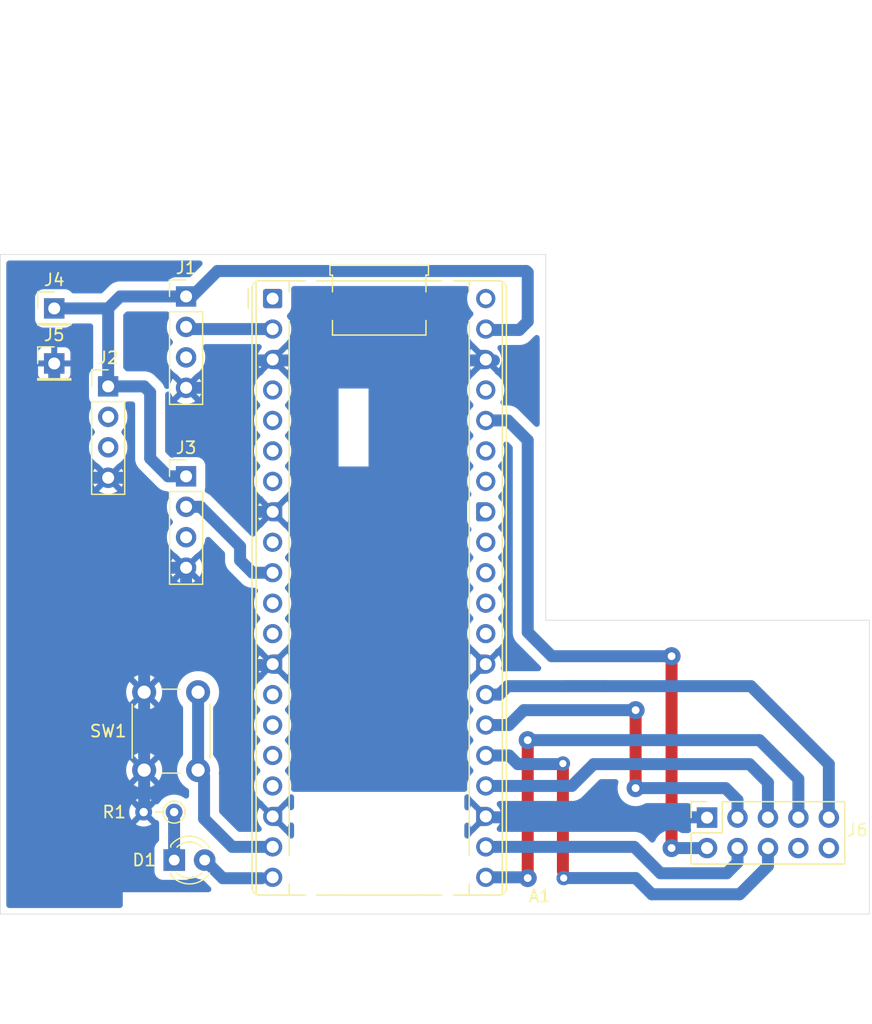
<source format=kicad_pcb>
(kicad_pcb (version 20241229) (generator "pcbnew") (generator_version "9.0")
  (layers (0 "F.Cu" signal) (2 "B.Cu" signal) (13 "F.Paste" user) (15 "B.Paste" user) (5 "F.SilkS" user "F.Silkscreen") (7 "B.SilkS" user "B.Silkscreen") (1 "F.Mask" user) (3 "B.Mask" user) (25 "Edge.Cuts" user))
  (net 0 "")
  (net 2 "Net-(A1-GPIO16)")
  (net 5 "Net-(A1-GPIO15)")
  (net 6 "Net-(A1-3V3)")
  (net 7 "Net-(A1-GPIO19)")
  (net 9 "/UART1_TX")
  (net 10 "/UART3_RX")
  (net 13 "GND")
  (net 15 "/UART3_TX")
  (net 16 "/UART0_RX")
  (net 19 "/UART0_TX")
  (net 20 "/UART2_RX")
  (net 22 "Net-(A1-GPIO18)")
  (net 23 "/UART2_TX")
  (net 24 "+5V")
  (net 26 "Net-(A1-GPIO21)")
  (net 28 "Net-(A1-GPIO17)")
  (net 29 "Net-(A1-GPIO14)")
  (net 32 "/UART1_RX")
  (net 33 "Net-(D1-K)")
  (net 39 "Net-(A1-GPIO20)")
  (footprint "Button_Switch_THT:SW_PUSH_6mm" (layer "F.Cu") (at 115 123 90)
    (property "Reference" "SW1" (at 3.25 -3 180) (layer "F.SilkS"))
    (property "Value" "Config")
    (fp_line (start 5.5 -1) (end 1 -1) (stroke (width 0.12)) (layer "F.SilkS"))
    (fp_line (start -0.25 1.5) (end -0.25 3) (stroke (width 0.12)) (layer "F.SilkS"))
    (fp_line (start 6.75 3) (end 6.75 1.5) (stroke (width 0.12)) (layer "F.SilkS"))
    (fp_line (start 1 5.5) (end 5.5 5.5) (stroke (width 0.12)) (layer "F.SilkS"))
    (pad "1" thru_hole circle (at 0 0 180) (size 2 2) (drill 1.1) (layers "*.Cu" "*.Mask") (net 13 "GND"))
    (pad "1" thru_hole circle (at 6.5 0 180) (size 2 2) (drill 1.1) (layers "*.Cu" "*.Mask") (net 13 "GND"))
    (pad "2" thru_hole circle (at 0 4.5 180) (size 2 2) (drill 1.1) (layers "*.Cu" "*.Mask") (net 29 "Net-(A1-GPIO14)"))
    (pad "2" thru_hole circle (at 6.5 4.5 180) (size 2 2) (drill 1.1) (layers "*.Cu" "*.Mask") (net 29 "Net-(A1-GPIO14)"))
  )
  (footprint "Connector_PinSocket_2.54mm:PinSocket_2x05_P2.54mm_Vertical" (layer "F.Cu") (at 161.96 126.96 90)
    (property "Reference" "J6" (at -1.04 12.54 180) (layer "F.SilkS"))
    (property "Value" "Conn_02x05_Top_Bottom")
    (fp_line (start 1.33 -1.33) (end 1.33 0) (stroke (width 0.12)) (layer "F.SilkS"))
    (fp_line (start 0 -1.33) (end 1.33 -1.33) (stroke (width 0.12)) (layer "F.SilkS"))
    (fp_line (start -1.27 -1.33) (end -1.27 1.27) (stroke (width 0.12)) (layer "F.SilkS"))
    (fp_line (start -3.87 -1.33) (end -1.27 -1.33) (stroke (width 0.12)) (layer "F.SilkS"))
    (fp_line (start -3.87 -1.33) (end -3.87 11.49) (stroke (width 0.12)) (layer "F.SilkS"))
    (fp_line (start 1.33 1.27) (end 1.33 11.49) (stroke (width 0.12)) (layer "F.SilkS"))
    (fp_line (start -1.27 1.27) (end 1.33 1.27) (stroke (width 0.12)) (layer "F.SilkS"))
    (fp_line (start -3.87 11.49) (end 1.33 11.49) (stroke (width 0.12)) (layer "F.SilkS"))
    (pad "CLKOUT" thru_hole circle (at -2.54 10.16 90) (size 1.7 1.7) (drill 1) (layers "*.Cu" "*.Mask"))
    (pad "CS" thru_hole circle (at -2.54 2.54 90) (size 1.7 1.7) (drill 1) (layers "*.Cu" "*.Mask") (net 28 "Net-(A1-GPIO17)"))
    (pad "GND" thru_hole rect (at 0 0 90) (size 1.7 1.7) (drill 1) (layers "*.Cu" "*.Mask") (net 13 "GND"))
    (pad "INT" thru_hole circle (at 0 10.16 90) (size 1.7 1.7) (drill 1) (layers "*.Cu" "*.Mask") (net 26 "Net-(A1-GPIO21)"))
    (pad "RESET" thru_hole circle (at 0 2.54 90) (size 1.7 1.7) (drill 1) (layers "*.Cu" "*.Mask") (net 39 "Net-(A1-GPIO20)"))
    (pad "SCK" thru_hole circle (at 0 5.08 90) (size 1.7 1.7) (drill 1) (layers "*.Cu" "*.Mask") (net 22 "Net-(A1-GPIO18)"))
    (pad "SI" thru_hole circle (at -2.54 5.08 90) (size 1.7 1.7) (drill 1) (layers "*.Cu" "*.Mask") (net 7 "Net-(A1-GPIO19)"))
    (pad "SO" thru_hole circle (at 0 7.62 90) (size 1.7 1.7) (drill 1) (layers "*.Cu" "*.Mask") (net 2 "Net-(A1-GPIO16)"))
    (pad "VCC" thru_hole circle (at -2.54 0 90) (size 1.7 1.7) (drill 1) (layers "*.Cu" "*.Mask") (net 6 "Net-(A1-3V3)"))
    (pad "WOL" thru_hole circle (at -2.54 7.62 90) (size 1.7 1.7) (drill 1) (layers "*.Cu" "*.Mask"))
  )
  (footprint "Connector_PinHeader_2.54mm:PinHeader_1x04_P2.54mm_Vertical" (layer "F.Cu") (at 118.5 98.5)
    (property "Reference" "J3" (at 0 -2.38 0) (layer "F.SilkS"))
    (property "Value" "Conn_01x04_Pin")
    (fp_line (start -1.38 -1.38) (end 0 -1.38) (stroke (width 0.12)) (layer "F.SilkS"))
    (fp_line (start -1.38 0) (end -1.38 -1.38) (stroke (width 0.12)) (layer "F.SilkS"))
    (fp_line (start -1.38 1.27) (end -1.38 9) (stroke (width 0.12)) (layer "F.SilkS"))
    (fp_line (start -1.38 1.27) (end 1.38 1.27) (stroke (width 0.12)) (layer "F.SilkS"))
    (fp_line (start -1.38 9) (end 1.38 9) (stroke (width 0.12)) (layer "F.SilkS"))
    (fp_line (start 1.38 1.27) (end 1.38 9) (stroke (width 0.12)) (layer "F.SilkS"))
    (pad "1" thru_hole rect (at 0 0) (size 1.7 1.7) (drill 1) (layers "*.Cu" "*.Mask") (net 24 "+5V"))
    (pad "2" thru_hole circle (at 0 2.54) (size 1.7 1.7) (drill 1) (layers "*.Cu" "*.Mask") (net 10 "/UART3_RX"))
    (pad "3" thru_hole circle (at 0 5.08) (size 1.7 1.7) (drill 1) (layers "*.Cu" "*.Mask"))
    (pad "4" thru_hole circle (at 0 7.62) (size 1.7 1.7) (drill 1) (layers "*.Cu" "*.Mask") (net 13 "GND"))
  )
  (footprint "Connector_PinHeader_2.54mm:PinHeader_1x01_P2.54mm_Vertical" (layer "F.Cu") (at 107.5 84.5)
    (property "Reference" "J4" (at 0 -2.38 0) (layer "F.SilkS"))
    (property "Value" "OUT+")
    (fp_line (start -1.38 -1.38) (end 0 -1.38) (stroke (width 0.12)) (layer "F.SilkS"))
    (fp_line (start -1.38 0) (end -1.38 -1.38) (stroke (width 0.12)) (layer "F.SilkS"))
    (fp_line (start -1.38 1.27) (end -1.38 1.38) (stroke (width 0.12)) (layer "F.SilkS"))
    (fp_line (start -1.38 1.27) (end 1.38 1.27) (stroke (width 0.12)) (layer "F.SilkS"))
    (fp_line (start -1.38 1.38) (end 1.38 1.38) (stroke (width 0.12)) (layer "F.SilkS"))
    (fp_line (start 1.38 1.27) (end 1.38 1.38) (stroke (width 0.12)) (layer "F.SilkS"))
    (pad "1" thru_hole rect (at 0 0) (size 1.7 1.7) (drill 1) (layers "*.Cu" "*.Mask") (net 24 "+5V"))
  )
  (footprint "Module:RaspberryPi_Pico_Common_THT" (layer "F.Cu") (at 125.72 83.68)
    (property "Reference" "A1" (at 21.28 49.82 0) (layer "F.SilkS") (effects (justify left)))
    (property "Value" "RaspberryPi_Pico_W")
    (fp_line (start -2.04 0.8) (end -2.04 -0.8) (stroke (width 0.12)) (layer "F.SilkS"))
    (fp_line (start -1.72 -0.87) (end -1.72 49.13) (stroke (width 0.12)) (layer "F.SilkS"))
    (fp_line (start -1.38 -1.417) (end -1.38 49.677) (stroke (width 0.12)) (layer "F.SilkS"))
    (fp_line (start -1.11 -1.48) (end 1.38 -1.48) (stroke (width 0.12)) (layer "F.SilkS"))
    (fp_line (start -1.11 49.74) (end 2.727939 49.74) (stroke (width 0.12)) (layer "F.SilkS"))
    (fp_line (start 1.38 -1.48) (end 1.38 -0.56648) (stroke (width 0.12)) (layer "F.SilkS"))
    (fp_line (start 1.38 -1.48) (end 2.72794 -1.48) (stroke (width 0.12)) (layer "F.SilkS"))
    (fp_line (start 1.38 1.82648) (end 1.38 46.43352) (stroke (width 0.12)) (layer "F.SilkS"))
    (fp_line (start 1.38 48.82648) (end 1.38 49.74) (stroke (width 0.12)) (layer "F.SilkS"))
    (fp_line (start 3.652061 -1.48) (end 4.655 -1.48) (stroke (width 0.12)) (layer "F.SilkS"))
    (fp_line (start 4.655 -1.48) (end 13.125 -1.48) (stroke (width 0.12)) (layer "F.SilkS"))
    (fp_line (start 4.78 -2.78) (end 4.78 -1.96) (stroke (width 0.12)) (layer "F.SilkS"))
    (fp_line (start 4.78 -2.78) (end 13 -2.78) (stroke (width 0.12)) (layer "F.SilkS"))
    (fp_line (start 4.78 -1.96) (end 4.99 -1.96) (stroke (width 0.12)) (layer "F.SilkS"))
    (fp_line (start 4.99 -1.96) (end 4.99 -0.564) (stroke (width 0.12)) (layer "F.SilkS"))
    (fp_line (start 4.99 1.824) (end 4.99 3.04) (stroke (width 0.12)) (layer "F.SilkS"))
    (fp_line (start 5.29 49.74) (end 3.652061 49.74) (stroke (width 0.12)) (layer "F.SilkS"))
    (fp_line (start 12.49 49.74) (end 5.29 49.74) (stroke (width 0.12)) (layer "F.SilkS"))
    (fp_line (start 12.79 -1.96) (end 12.79 -0.564) (stroke (width 0.12)) (layer "F.SilkS"))
    (fp_line (start 12.79 1.824) (end 12.79 3.04) (stroke (width 0.12)) (layer "F.SilkS"))
    (fp_line (start 12.79 3.04) (end 4.99 3.04) (stroke (width 0.12)) (layer "F.SilkS"))
    (fp_line (start 13 -2.78) (end 13 -1.96) (stroke (width 0.12)) (layer "F.SilkS"))
    (fp_line (start 13 -1.96) (end 12.79 -1.96) (stroke (width 0.12)) (layer "F.SilkS"))
    (fp_line (start 13.125 -1.48) (end 14.127939 -1.48) (stroke (width 0.12)) (layer "F.SilkS"))
    (fp_line (start 14.127939 49.74) (end 12.49 49.74) (stroke (width 0.12)) (layer "F.SilkS"))
    (fp_line (start 15.052061 -1.48) (end 16.4 -1.48) (stroke (width 0.12)) (layer "F.SilkS"))
    (fp_line (start 15.052061 49.74) (end 18.89 49.74) (stroke (width 0.12)) (layer "F.SilkS"))
    (fp_line (start 16.4 -1.48) (end 16.4 -0.56648) (stroke (width 0.12)) (layer "F.SilkS"))
    (fp_line (start 16.4 1.82648) (end 16.4 46.43352) (stroke (width 0.12)) (layer "F.SilkS"))
    (fp_line (start 16.4 48.82648) (end 16.4 49.74) (stroke (width 0.12)) (layer "F.SilkS"))
    (fp_line (start 18.89 -1.48) (end 16.4 -1.48) (stroke (width 0.12)) (layer "F.SilkS"))
    (fp_line (start 19.16 49.677) (end 19.16 -1.417) (stroke (width 0.12)) (layer "F.SilkS"))
    (fp_line (start 19.5 -0.87) (end 19.5 49.13) (stroke (width 0.12)) (layer "F.SilkS"))
    (fp_arc (start -1.72 -0.87) (mid -1.541335 -1.301335) (end -1.11 -1.48) (stroke (width 0.12)) (layer "F.SilkS"))
    (fp_arc (start -1.11 49.74) (mid -1.541364 49.561364) (end -1.72 49.13) (stroke (width 0.12)) (layer "F.SilkS"))
    (fp_arc (start 18.89 -1.48) (mid 19.321335 -1.301335) (end 19.5 -0.87) (stroke (width 0.12)) (layer "F.SilkS"))
    (fp_arc (start 19.5 49.13) (mid 19.321335 49.561335) (end 18.89 49.74) (stroke (width 0.12)) (layer "F.SilkS"))
    (pad "1" thru_hole roundrect (at 0 0) (size 1.6 1.6) (drill 1) (layers "*.Cu" "*.Mask") (roundrect_rratio 0.125) (net 19 "/UART0_TX"))
    (pad "2" thru_hole circle (at 0 2.54) (size 1.6 1.6) (drill 1) (layers "*.Cu" "*.Mask") (net 16 "/UART0_RX"))
    (pad "3" thru_hole custom (at 0 5.08) (size 1.6 1.6) (drill 1) (layers "*.Cu" "*.Mask") (net 13 "GND") (options (clearance outline) (anchor circle)) (primitives (gr_poly (pts (xy 0.8 0.6) (xy 0.8 -0.6) (xy 0.6 -0.8) (xy 0 -0.8) (xy 0 0.8) (xy 0.6 0.8)) (width 0) (fill yes)) (gr_circle (center 0.6 0.6) (end 0.8 0.6) (width 0) (fill yes)) (gr_circle (center 0.6 -0.6) (end 0.8 -0.6) (width 0) (fill yes))))
    (pad "4" thru_hole circle (at 0 7.62) (size 1.6 1.6) (drill 1) (layers "*.Cu" "*.Mask") (net 23 "/UART2_TX"))
    (pad "5" thru_hole circle (at 0 10.16) (size 1.6 1.6) (drill 1) (layers "*.Cu" "*.Mask") (net 20 "/UART2_RX"))
    (pad "6" thru_hole circle (at 0 12.7) (size 1.6 1.6) (drill 1) (layers "*.Cu" "*.Mask") (net 9 "/UART1_TX"))
    (pad "7" thru_hole circle (at 0 15.24) (size 1.6 1.6) (drill 1) (layers "*.Cu" "*.Mask") (net 32 "/UART1_RX"))
    (pad "8" thru_hole custom (at 0 17.78) (size 1.6 1.6) (drill 1) (layers "*.Cu" "*.Mask") (net 13 "GND") (options (clearance outline) (anchor circle)) (primitives (gr_poly (pts (xy 0.8 0.6) (xy 0.8 -0.6) (xy 0.6 -0.8) (xy 0 -0.8) (xy 0 0.8) (xy 0.6 0.8)) (width 0) (fill yes)) (gr_circle (center 0.6 0.6) (end 0.8 0.6) (width 0) (fill yes)) (gr_circle (center 0.6 -0.6) (end 0.8 -0.6) (width 0) (fill yes))))
    (pad "9" thru_hole circle (at 0 20.32) (size 1.6 1.6) (drill 1) (layers "*.Cu" "*.Mask") (net 15 "/UART3_TX"))
    (pad "10" thru_hole circle (at 0 22.86) (size 1.6 1.6) (drill 1) (layers "*.Cu" "*.Mask") (net 10 "/UART3_RX"))
    (pad "11" thru_hole circle (at 0 25.4) (size 1.6 1.6) (drill 1) (layers "*.Cu" "*.Mask"))
    (pad "12" thru_hole circle (at 0 27.94) (size 1.6 1.6) (drill 1) (layers "*.Cu" "*.Mask"))
    (pad "13" thru_hole custom (at 0 30.48) (size 1.6 1.6) (drill 1) (layers "*.Cu" "*.Mask") (net 13 "GND") (options (clearance outline) (anchor circle)) (primitives (gr_poly (pts (xy 0.8 0.6) (xy 0.8 -0.6) (xy 0.6 -0.8) (xy 0 -0.8) (xy 0 0.8) (xy 0.6 0.8)) (width 0) (fill yes)) (gr_circle (center 0.6 0.6) (end 0.8 0.6) (width 0) (fill yes)) (gr_circle (center 0.6 -0.6) (end 0.8 -0.6) (width 0) (fill yes))))
    (pad "14" thru_hole circle (at 0 33.02) (size 1.6 1.6) (drill 1) (layers "*.Cu" "*.Mask"))
    (pad "15" thru_hole circle (at 0 35.56) (size 1.6 1.6) (drill 1) (layers "*.Cu" "*.Mask"))
    (pad "16" thru_hole circle (at 0 38.1) (size 1.6 1.6) (drill 1) (layers "*.Cu" "*.Mask"))
    (pad "17" thru_hole circle (at 0 40.64) (size 1.6 1.6) (drill 1) (layers "*.Cu" "*.Mask"))
    (pad "18" thru_hole custom (at 0 43.18) (size 1.6 1.6) (drill 1) (layers "*.Cu" "*.Mask") (net 13 "GND") (options (clearance outline) (anchor circle)) (primitives (gr_poly (pts (xy 0.8 0.6) (xy 0.8 -0.6) (xy 0.6 -0.8) (xy 0 -0.8) (xy 0 0.8) (xy 0.6 0.8)) (width 0) (fill yes)) (gr_circle (center 0.6 0.6) (end 0.8 0.6) (width 0) (fill yes)) (gr_circle (center 0.6 -0.6) (end 0.8 -0.6) (width 0) (fill yes))))
    (pad "19" thru_hole circle (at 0 45.72) (size 1.6 1.6) (drill 1) (layers "*.Cu" "*.Mask") (net 29 "Net-(A1-GPIO14)"))
    (pad "20" thru_hole circle (at 0 48.26) (size 1.6 1.6) (drill 1) (layers "*.Cu" "*.Mask") (net 5 "Net-(A1-GPIO15)"))
    (pad "21" thru_hole circle (at 17.78 48.26) (size 1.6 1.6) (drill 1) (layers "*.Cu" "*.Mask") (net 2 "Net-(A1-GPIO16)"))
    (pad "22" thru_hole circle (at 17.78 45.72) (size 1.6 1.6) (drill 1) (layers "*.Cu" "*.Mask") (net 28 "Net-(A1-GPIO17)"))
    (pad "23" thru_hole custom (at 17.78 43.18) (size 1.6 1.6) (drill 1) (layers "*.Cu" "*.Mask") (net 13 "GND") (options (clearance outline) (anchor circle)) (primitives (gr_poly (pts (xy -0.8 0.6) (xy -0.8 -0.6) (xy -0.6 -0.8) (xy 0 -0.8) (xy 0 0.8) (xy -0.6 0.8)) (width 0) (fill yes)) (gr_circle (center -0.6 0.6) (end -0.4 0.6) (width 0) (fill yes)) (gr_circle (center -0.6 -0.6) (end -0.4 -0.6) (width 0) (fill yes))))
    (pad "24" thru_hole circle (at 17.78 40.64) (size 1.6 1.6) (drill 1) (layers "*.Cu" "*.Mask") (net 22 "Net-(A1-GPIO18)"))
    (pad "25" thru_hole circle (at 17.78 38.1) (size 1.6 1.6) (drill 1) (layers "*.Cu" "*.Mask") (net 7 "Net-(A1-GPIO19)"))
    (pad "26" thru_hole circle (at 17.78 35.56) (size 1.6 1.6) (drill 1) (layers "*.Cu" "*.Mask") (net 39 "Net-(A1-GPIO20)"))
    (pad "27" thru_hole circle (at 17.78 33.02) (size 1.6 1.6) (drill 1) (layers "*.Cu" "*.Mask") (net 26 "Net-(A1-GPIO21)"))
    (pad "28" thru_hole custom (at 17.78 30.48) (size 1.6 1.6) (drill 1) (layers "*.Cu" "*.Mask") (net 13 "GND") (options (clearance outline) (anchor circle)) (primitives (gr_poly (pts (xy -0.8 0.6) (xy -0.8 -0.6) (xy -0.6 -0.8) (xy 0 -0.8) (xy 0 0.8) (xy -0.6 0.8)) (width 0) (fill yes)) (gr_circle (center -0.6 0.6) (end -0.4 0.6) (width 0) (fill yes)) (gr_circle (center -0.6 -0.6) (end -0.4 -0.6) (width 0) (fill yes))))
    (pad "29" thru_hole circle (at 17.78 27.94) (size 1.6 1.6) (drill 1) (layers "*.Cu" "*.Mask"))
    (pad "30" thru_hole circle (at 17.78 25.4) (size 1.6 1.6) (drill 1) (layers "*.Cu" "*.Mask"))
    (pad "31" thru_hole circle (at 17.78 22.86) (size 1.6 1.6) (drill 1) (layers "*.Cu" "*.Mask"))
    (pad "32" thru_hole circle (at 17.78 20.32) (size 1.6 1.6) (drill 1) (layers "*.Cu" "*.Mask"))
    (pad "33" thru_hole custom (at 17.78 17.78) (size 1.6 1.6) (drill 1) (layers "*.Cu" "*.Mask") (options (clearance outline) (anchor circle)) (primitives (gr_poly (pts (xy -0.8 0.6) (xy -0.8 -0.6) (xy -0.6 -0.8) (xy 0 -0.8) (xy 0 0.8) (xy -0.6 0.8)) (width 0) (fill yes)) (gr_circle (center -0.6 0.6) (end -0.4 0.6) (width 0) (fill yes)) (gr_circle (center -0.6 -0.6) (end -0.4 -0.6) (width 0) (fill yes))))
    (pad "34" thru_hole circle (at 17.78 15.24) (size 1.6 1.6) (drill 1) (layers "*.Cu" "*.Mask"))
    (pad "35" thru_hole circle (at 17.78 12.7) (size 1.6 1.6) (drill 1) (layers "*.Cu" "*.Mask"))
    (pad "36" thru_hole circle (at 17.78 10.16) (size 1.6 1.6) (drill 1) (layers "*.Cu" "*.Mask") (net 6 "Net-(A1-3V3)"))
    (pad "37" thru_hole circle (at 17.78 7.62) (size 1.6 1.6) (drill 1) (layers "*.Cu" "*.Mask"))
    (pad "38" thru_hole custom (at 17.78 5.08) (size 1.6 1.6) (drill 1) (layers "*.Cu" "*.Mask") (net 13 "GND") (options (clearance outline) (anchor circle)) (primitives (gr_poly (pts (xy -0.8 0.6) (xy -0.8 -0.6) (xy -0.6 -0.8) (xy 0 -0.8) (xy 0 0.8) (xy -0.6 0.8)) (width 0) (fill yes)) (gr_circle (center -0.6 0.6) (end -0.4 0.6) (width 0) (fill yes)) (gr_circle (center -0.6 -0.6) (end -0.4 -0.6) (width 0) (fill yes))))
    (pad "39" thru_hole circle (at 17.78 2.54) (size 1.6 1.6) (drill 1) (layers "*.Cu" "*.Mask") (net 24 "+5V"))
    (pad "40" thru_hole circle (at 17.78 0) (size 1.6 1.6) (drill 1) (layers "*.Cu" "*.Mask"))
    (zone (net 0) (net_name "") (layers "F.Cu" "B.Cu" "F.SilkS" "F.Paste" "B.Paste") (name "Exposed Copper Keep Out") (connect_pads (clearance 0)) (min_thickness 0.25)
      (keepout (tracks not_allowed) (vias not_allowed) (pads not_allowed) (copperpour not_allowed) (footprints allowed))
      (fill (thermal_gap 0.5) (thermal_bridge_width 0.5))
      (polygon (pts (xy 131.22 89.68) (xy 131.22 97.68) (xy 133.72 97.68) (xy 133.72 89.68)))
    )
    (zone (net 0) (net_name "") (layers "F.Cu" "B.Cu" "F.Paste" "B.Paste") (name "Antenna Copper Keep Out") (connect_pads (clearance 0)) (min_thickness 0.254)
      (keepout (tracks not_allowed) (vias not_allowed) (pads not_allowed) (copperpour not_allowed) (footprints allowed))
      (fill (thermal_gap 0.508) (thermal_bridge_width 0.508))
      (polygon (pts (xy 113.22 133.18) (xy 127.51 133.18) (xy 127.51 124.81) (xy 141.71 124.81) (xy 141.71 129.149895) (xy 141.72 133.18) (xy 156.22 133.18) (xy 156.22 144.18) (xy 113.22 144.18)))
    )
  )
  (footprint "Connector_PinHeader_2.54mm:PinHeader_1x04_P2.54mm_Vertical" (layer "F.Cu") (at 118.5 83.5)
    (property "Reference" "J1" (at 0 -2.38 0) (layer "F.SilkS"))
    (property "Value" "Conn_01x04_Pin")
    (fp_line (start -1.38 -1.38) (end 0 -1.38) (stroke (width 0.12)) (layer "F.SilkS"))
    (fp_line (start -1.38 0) (end -1.38 -1.38) (stroke (width 0.12)) (layer "F.SilkS"))
    (fp_line (start -1.38 1.27) (end -1.38 9) (stroke (width 0.12)) (layer "F.SilkS"))
    (fp_line (start -1.38 1.27) (end 1.38 1.27) (stroke (width 0.12)) (layer "F.SilkS"))
    (fp_line (start -1.38 9) (end 1.38 9) (stroke (width 0.12)) (layer "F.SilkS"))
    (fp_line (start 1.38 1.27) (end 1.38 9) (stroke (width 0.12)) (layer "F.SilkS"))
    (pad "1" thru_hole rect (at 0 0) (size 1.7 1.7) (drill 1) (layers "*.Cu" "*.Mask") (net 24 "+5V"))
    (pad "2" thru_hole circle (at 0 2.54) (size 1.7 1.7) (drill 1) (layers "*.Cu" "*.Mask") (net 16 "/UART0_RX"))
    (pad "3" thru_hole circle (at 0 5.08) (size 1.7 1.7) (drill 1) (layers "*.Cu" "*.Mask"))
    (pad "4" thru_hole circle (at 0 7.62) (size 1.7 1.7) (drill 1) (layers "*.Cu" "*.Mask") (net 13 "GND"))
  )
  (footprint "Resistor_THT:R_Axial_DIN0204_L3.6mm_D1.6mm_P2.54mm_Vertical" (layer "F.Cu") (at 117.5 126.5 180)
    (property "Reference" "R1" (at 5 0 0) (layer "F.SilkS"))
    (property "Value" "330")
    (fp_line (start 0.92 0) (end 1.54 0) (stroke (width 0.12)) (layer "F.SilkS"))
    (fp_circle (center 0 0) (end 0.92 0) (stroke (width 0.12)) (fill no) (layer "F.SilkS"))
    (pad "1" thru_hole circle (at 0 0 180) (size 1.4 1.4) (drill 0.7) (layers "*.Cu" "*.Mask") (net 33 "Net-(D1-K)"))
    (pad "2" thru_hole circle (at 2.54 0 180) (size 1.4 1.4) (drill 0.7) (layers "*.Cu" "*.Mask") (net 13 "GND"))
  )
  (footprint "Connector_PinHeader_2.54mm:PinHeader_1x04_P2.54mm_Vertical" (layer "F.Cu") (at 112 91)
    (property "Reference" "J2" (at 0 -2.38 0) (layer "F.SilkS"))
    (property "Value" "Conn_01x04_Pin")
    (fp_line (start -1.38 -1.38) (end 0 -1.38) (stroke (width 0.12)) (layer "F.SilkS"))
    (fp_line (start -1.38 0) (end -1.38 -1.38) (stroke (width 0.12)) (layer "F.SilkS"))
    (fp_line (start -1.38 1.27) (end -1.38 9) (stroke (width 0.12)) (layer "F.SilkS"))
    (fp_line (start -1.38 1.27) (end 1.38 1.27) (stroke (width 0.12)) (layer "F.SilkS"))
    (fp_line (start -1.38 9) (end 1.38 9) (stroke (width 0.12)) (layer "F.SilkS"))
    (fp_line (start 1.38 1.27) (end 1.38 9) (stroke (width 0.12)) (layer "F.SilkS"))
    (pad "1" thru_hole rect (at 0 0) (size 1.7 1.7) (drill 1) (layers "*.Cu" "*.Mask") (net 24 "+5V"))
    (pad "2" thru_hole circle (at 0 2.54) (size 1.7 1.7) (drill 1) (layers "*.Cu" "*.Mask") (net 20 "/UART2_RX"))
    (pad "3" thru_hole circle (at 0 5.08) (size 1.7 1.7) (drill 1) (layers "*.Cu" "*.Mask"))
    (pad "4" thru_hole circle (at 0 7.62) (size 1.7 1.7) (drill 1) (layers "*.Cu" "*.Mask") (net 13 "GND"))
  )
  (footprint "Connector_PinHeader_2.54mm:PinHeader_1x01_P2.54mm_Vertical" (layer "F.Cu") (at 107.5 89.09)
    (property "Reference" "J5" (at 0 -2.38 0) (layer "F.SilkS"))
    (property "Value" "OUT-")
    (fp_line (start -1.38 -1.38) (end 0 -1.38) (stroke (width 0.12)) (layer "F.SilkS"))
    (fp_line (start -1.38 0) (end -1.38 -1.38) (stroke (width 0.12)) (layer "F.SilkS"))
    (fp_line (start -1.38 1.27) (end -1.38 1.38) (stroke (width 0.12)) (layer "F.SilkS"))
    (fp_line (start -1.38 1.27) (end 1.38 1.27) (stroke (width 0.12)) (layer "F.SilkS"))
    (fp_line (start -1.38 1.38) (end 1.38 1.38) (stroke (width 0.12)) (layer "F.SilkS"))
    (fp_line (start 1.38 1.27) (end 1.38 1.38) (stroke (width 0.12)) (layer "F.SilkS"))
    (pad "1" thru_hole rect (at 0 0) (size 1.7 1.7) (drill 1) (layers "*.Cu" "*.Mask") (net 13 "GND"))
  )
  (footprint "LED_THT:LED_D3.0mm" (layer "F.Cu") (at 117.51 130.5)
    (property "Reference" "D1" (at -2.51 0 0) (layer "F.SilkS"))
    (property "Value" "STATUS")
    (fp_line (start -0.29 -1.236) (end -0.29 -1.08) (stroke (width 0.12)) (layer "F.SilkS"))
    (fp_line (start -0.29 1.08) (end -0.29 1.236) (stroke (width 0.12)) (layer "F.SilkS"))
    (fp_arc (start -0.29 -1.235516) (mid 1.36566 -1.987699) (end 2.941437 -1.08) (stroke (width 0.12)) (layer "F.SilkS"))
    (fp_arc (start 0.229039 -1.08) (mid 1.27 -1.5) (end 2.310961 -1.08) (stroke (width 0.12)) (layer "F.SilkS"))
    (fp_arc (start 2.310961 1.08) (mid 1.27 1.5) (end 0.229039 1.08) (stroke (width 0.12)) (layer "F.SilkS"))
    (fp_arc (start 2.941437 1.08) (mid 1.36566 1.987699) (end -0.29 1.235516) (stroke (width 0.12)) (layer "F.SilkS"))
    (pad "1" thru_hole rect (at 0 0) (size 1.8 1.8) (drill 0.9) (layers "*.Cu" "*.Mask") (net 33 "Net-(D1-K)"))
    (pad "2" thru_hole circle (at 2.54 0) (size 1.8 1.8) (drill 0.9) (layers "*.Cu" "*.Mask") (net 5 "Net-(A1-GPIO15)"))
  )
  (gr_line (start 148.5 80) (end 103 80) (stroke (width 0.05)) (layer "Edge.Cuts"))
  (gr_line (start 175.5 110.5) (end 148.5 110.5) (stroke (width 0.05)) (layer "Edge.Cuts"))
  (gr_line (start 103 135) (end 175.5 135) (stroke (width 0.05)) (layer "Edge.Cuts"))
  (gr_line (start 148.5 110.5) (end 148.5 80) (stroke (width 0.05)) (layer "Edge.Cuts"))
  (gr_line (start 103 80) (end 103 135) (stroke (width 0.05)) (layer "Edge.Cuts"))
  (gr_line (start 175.5 110.5) (end 175.5 135) (stroke (width 0.05)) (layer "Edge.Cuts"))
  (segment (start 147 131.5) (end 147 120.5) (width 1) (layer "F.Cu") (net 2))
  (via (at 147 132) (size 1.5) (drill 0.65) (layers "F.Cu" "B.Cu") (net 2))
  (via (at 147 120.5) (size 1.5) (drill 0.65) (layers "F.Cu" "B.Cu") (net 2))
  (segment (start 143.56 132) (end 143.5 131.94) (width 1) (layer "B.Cu") (net 2))
  (segment (start 147.001 120.499) (end 147 120.5) (width 1) (layer "B.Cu") (net 2))
  (segment (start 169.58 123.750158) (end 166.328842 120.499) (width 1) (layer "B.Cu") (net 2))
  (segment (start 143.5 131.94) (end 146.56 131.94) (width 1) (layer "B.Cu") (net 2))
  (segment (start 169.58 126.96) (end 169.58 123.750158) (width 1) (layer "B.Cu") (net 2))
  (segment (start 166.328842 120.499) (end 147.001 120.499) (width 1) (layer "B.Cu") (net 2))
  (segment (start 120.05 130.5) (end 121.565 132.015) (width 1) (layer "B.Cu") (net 5))
  (segment (start 121.565 132.015) (end 124.805 132.015) (width 1) (layer "B.Cu") (net 5))
  (segment (start 159 113.5) (end 159 129.5) (width 1) (layer "F.Cu") (net 6))
  (via (at 159 129.5) (size 1.5) (drill 0.65) (layers "F.Cu" "B.Cu") (net 6))
  (via (at 159 113.5) (size 1.5) (drill 0.65) (layers "F.Cu" "B.Cu") (net 6))
  (segment (start 149 113.5) (end 147 111.5) (width 1) (layer "B.Cu") (net 6))
  (segment (start 145.34 93.84) (end 143.5 93.84) (width 1) (layer "B.Cu") (net 6))
  (segment (start 159 129.5) (end 161.96 129.5) (width 1) (layer "B.Cu") (net 6))
  (segment (start 158.5 113.5) (end 149 113.5) (width 1) (layer "B.Cu") (net 6))
  (segment (start 147 111.5) (end 147 95.5) (width 1) (layer "B.Cu") (net 6))
  (segment (start 147 95.5) (end 145.34 93.84) (width 1) (layer "B.Cu") (net 6))
  (segment (start 149.934208 122.449496) (end 149.934208 131.434208) (width 1) (layer "F.Cu") (net 7))
  (via (at 150 132) (size 1.2) (drill 0.6) (layers "F.Cu" "B.Cu") (net 7))
  (via (at 149.934208 122.449496) (size 1.2) (drill 0.6) (layers "F.Cu" "B.Cu") (net 7))
  (segment (start 145.450158 121.78) (end 146.170158 122.5) (width 1) (layer "B.Cu") (net 7))
  (segment (start 149.984712 122.5) (end 149.934208 122.449496) (width 1) (layer "B.Cu") (net 7))
  (segment (start 157.352041 133.352041) (end 164.679881 133.352041) (width 1) (layer "B.Cu") (net 7))
  (segment (start 156 132) (end 157.352041 133.352041) (width 1) (layer "B.Cu") (net 7))
  (segment (start 150 122.5) (end 149.984712 122.5) (width 1) (layer "B.Cu") (net 7))
  (segment (start 150 132) (end 156 132) (width 1) (layer "B.Cu") (net 7))
  (segment (start 146.170158 122.5) (end 150 122.5) (width 1) (layer "B.Cu") (net 7))
  (segment (start 164.679881 133.352041) (end 167.04 130.991922) (width 1) (layer "B.Cu") (net 7))
  (segment (start 167.04 130.991922) (end 167.04 129.5) (width 1) (layer "B.Cu") (net 7))
  (segment (start 143.5 121.78) (end 145.450158 121.78) (width 1) (layer "B.Cu") (net 7))
  (segment (start 119.702081 101.04) (end 118.5 101.04) (width 1) (layer "B.Cu") (net 10))
  (segment (start 124.04 106.54) (end 123 105.5) (width 1) (layer "B.Cu") (net 10))
  (segment (start 123 105.5) (end 123 104.337919) (width 1) (layer "B.Cu") (net 10))
  (segment (start 125.72 106.54) (end 124.04 106.54) (width 1) (layer "B.Cu") (net 10))
  (segment (start 123 104.337919) (end 119.702081 101.04) (width 1) (layer "B.Cu") (net 10))
  (segment (start 115 126.46) (end 114.96 126.5) (width 1) (layer "F.Cu") (net 13))
  (segment (start 118.5 110.5) (end 122 114) (width 1) (layer "B.Cu") (net 13))
  (segment (start 112 98.62) (end 113.38 98.62) (width 1) (layer "B.Cu") (net 13))
  (segment (start 120.215 91.12) (end 122.5 88.835) (width 1) (layer "B.Cu") (net 13))
  (segment (start 118.5 110.5) (end 115 114) (width 1) (layer "B.Cu") (net 13))
  (segment (start 122 114) (end 122.235 114.235) (width 1) (layer "B.Cu") (net 13))
  (segment (start 115 114) (end 115 123) (width 1) (layer "B.Cu") (net 13))
  (segment (start 109.62 98.62) (end 112 98.62) (width 1) (layer "B.Cu") (net 13))
  (segment (start 118.5 106.12) (end 118.5 110.5) (width 1) (layer "B.Cu") (net 13))
  (segment (start 120.215 91.12) (end 122 92.905) (width 1) (layer "B.Cu") (net 13))
  (segment (start 144.185 126.935) (end 161.935 126.935) (width 1) (layer "B.Cu") (net 13))
  (segment (start 118.5 91.12) (end 120.215 91.12) (width 1) (layer "B.Cu") (net 13))
  (segment (start 123.46 101.46) (end 125.72 101.46) (width 1) (layer "B.Cu") (net 13))
  (segment (start 122.5 88.835) (end 144.185 88.835) (width 1) (layer "B.Cu") (net 13))
  (segment (start 107.5 89.09) (end 107.5 96.5) (width 1) (layer "B.Cu") (net 13))
  (segment (start 122.235 114.235) (end 124.805 114.235) (width 1) (layer "B.Cu") (net 13))
  (segment (start 113.38 98.62) (end 115 100.24) (width 1) (layer "B.Cu") (net 13))
  (segment (start 122 92.905) (end 122 100) (width 1) (layer "B.Cu") (net 13))
  (segment (start 122 100) (end 123.46 101.46) (width 1) (layer "B.Cu") (net 13))
  (segment (start 115 100.24) (end 115 104.5) (width 1) (layer "B.Cu") (net 13))
  (segment (start 115 123) (end 115 126.46) (width 1) (layer "B.Cu") (net 13))
  (segment (start 107.5 96.5) (end 109.62 98.62) (width 1) (layer "B.Cu") (net 13))
  (segment (start 116.62 106.12) (end 118.5 106.12) (width 1) (layer "B.Cu") (net 13))
  (segment (start 161.935 126.935) (end 161.96 126.96) (width 1) (layer "B.Cu") (net 13))
  (segment (start 115 104.5) (end 116.62 106.12) (width 1) (layer "B.Cu") (net 13))
  (segment (start 118.68 86.22) (end 118.5 86.04) (width 1) (layer "B.Cu") (net 16))
  (segment (start 125.72 86.22) (end 118.68 86.22) (width 1) (layer "B.Cu") (net 16))
  (segment (start 165.5 122.5) (end 167.04 124.04) (width 1) (layer "B.Cu") (net 22))
  (segment (start 143.5 124.32) (end 150.68 124.32) (width 1) (layer "B.Cu") (net 22))
  (segment (start 150.68 124.32) (end 152.5 122.5) (width 1) (layer "B.Cu") (net 22))
  (segment (start 152.5 122.5) (end 165.5 122.5) (width 1) (layer "B.Cu") (net 22))
  (segment (start 167.04 124.04) (end 167.04 126.96) (width 1) (layer "B.Cu") (net 22))
  (segment (start 112 91) (end 115 91) (width 1) (layer "B.Cu") (net 24))
  (segment (start 146.295 86.295) (end 147 85.59) (width 1) (layer "B.Cu") (net 24))
  (segment (start 118.5 83.5) (end 113 83.5) (width 1) (layer "B.Cu") (net 24))
  (segment (start 115.5 97) (end 117 98.5) (width 1) (layer "B.Cu") (net 24))
  (segment (start 117 98.5) (end 118.5 98.5) (width 1) (layer "B.Cu") (net 24))
  (segment (start 115.5 91.5) (end 115.5 97) (width 1) (layer "B.Cu") (net 24))
  (segment (start 146.879 81.379) (end 121.121 81.379) (width 1) (layer "B.Cu") (net 24))
  (segment (start 147 81.5) (end 146.879 81.379) (width 1) (layer "B.Cu") (net 24))
  (segment (start 113 83.5) (end 112 84.5) (width 1) (layer "B.Cu") (net 24))
  (segment (start 112 84.5) (end 112 91) (width 1) (layer "B.Cu") (net 24))
  (segment (start 119 83.5) (end 118.5 83.5) (width 1) (layer "B.Cu") (net 24))
  (segment (start 121.121 81.379) (end 119 83.5) (width 1) (layer "B.Cu") (net 24))
  (segment (start 115 91) (end 115.5 91.5) (width 1) (layer "B.Cu") (net 24))
  (segment (start 144.185 86.295) (end 146.295 86.295) (width 1) (layer "B.Cu") (net 24))
  (segment (start 147 85.59) (end 147 81.5) (width 1) (layer "B.Cu") (net 24))
  (segment (start 107.5 84.5) (end 112 84.5) (width 1) (layer "B.Cu") (net 24))
  (segment (start 145.33237 115.999) (end 153.5 115.999) (width 1) (layer "B.Cu") (net 26))
  (segment (start 144.63137 116.7) (end 145.33237 115.999) (width 1) (layer "B.Cu") (net 26))
  (segment (start 143.5 116.7) (end 144.63137 116.7) (width 1) (layer "B.Cu") (net 26))
  (segment (start 165.619 115.999) (end 172.12 122.5) (width 1) (layer "B.Cu") (net 26))
  (segment (start 150.160318 115.999) (end 153.5 115.999) (width 1) (layer "B.Cu") (net 26))
  (segment (start 172.12 122.5) (end 172.12 126.96) (width 1) (layer "B.Cu") (net 26))
  (segment (start 153.5 115.999) (end 165.619 115.999) (width 1) (layer "B.Cu") (net 26))
  (segment (start 155.876288 129.4) (end 150 129.4) (width 1) (layer "B.Cu") (net 28))
  (segment (start 164.5 130.702081) (end 164.5 129.5) (width 1) (layer "B.Cu") (net 28))
  (segment (start 163.60104 131.601041) (end 164.5 130.702081) (width 1) (layer "B.Cu") (net 28))
  (segment (start 159.428883 131.601041) (end 158.077329 131.601041) (width 1) (layer "B.Cu") (net 28))
  (segment (start 143.5 129.4) (end 150 129.4) (width 1) (layer "B.Cu") (net 28))
  (segment (start 159.428883 131.601041) (end 163.60104 131.601041) (width 1) (layer "B.Cu") (net 28))
  (segment (start 158.077329 131.601041) (end 155.876288 129.4) (width 1) (layer "B.Cu") (net 28))
  (segment (start 122.345527 129.4) (end 125.72 129.4) (width 1) (layer "B.Cu") (net 29))
  (segment (start 119.5 123) (end 120 123.5) (width 1) (layer "B.Cu") (net 29))
  (segment (start 120 123.5) (end 120 127.054473) (width 1) (layer "B.Cu") (net 29))
  (segment (start 120 127.054473) (end 122.345527 129.4) (width 1) (layer "B.Cu") (net 29))
  (segment (start 119.5 123) (end 119.5 116.5) (width 1) (layer "B.Cu") (net 29))
  (segment (start 117.5 130.49) (end 117.51 130.5) (width 1) (layer "F.Cu") (net 33))
  (segment (start 117.5 126.5) (end 117.5 130.49) (width 1) (layer "B.Cu") (net 33))
  (segment (start 156 118) (end 156 124.5) (width 1) (layer "F.Cu") (net 39))
  (via (at 156 118) (size 1.5) (drill 0.65) (layers "F.Cu" "B.Cu") (net 39))
  (via (at 156 124.5) (size 1.5) (drill 0.65) (layers "F.Cu" "B.Cu") (net 39))
  (segment (start 145.430158 119.24) (end 143.5 119.24) (width 1) (layer "B.Cu") (net 39))
  (segment (start 163.5 124.5) (end 164.5 125.5) (width 1) (layer "B.Cu") (net 39))
  (segment (start 163.609 124.609) (end 164.5 125.5) (width 1) (layer "B.Cu") (net 39))
  (segment (start 146.670158 118) (end 145.430158 119.24) (width 1) (layer "B.Cu") (net 39))
  (segment (start 156 124.5) (end 163.5 124.5) (width 1) (layer "B.Cu") (net 39))
  (segment (start 155.5 118) (end 146.670158 118) (width 1) (layer "B.Cu") (net 39))
  (segment (start 164.5 126.96) (end 164.5 125.5) (width 1) (layer "B.Cu") (net 39))
  (zone (net 13) (net_name "GND") (layer "B.Cu") (priority 1) (connect_pads thru_hole_only (clearance 0.5)) (min_thickness 0.5) (fill yes (thermal_gap 0.5) (thermal_bridge_width 0.5))
    (polygon (pts (xy 103 80) (xy 148.5 80) (xy 148.5 110.5) (xy 175.5 110.5) (xy 175.5 135) (xy 103 135)))
  )
)
</source>
